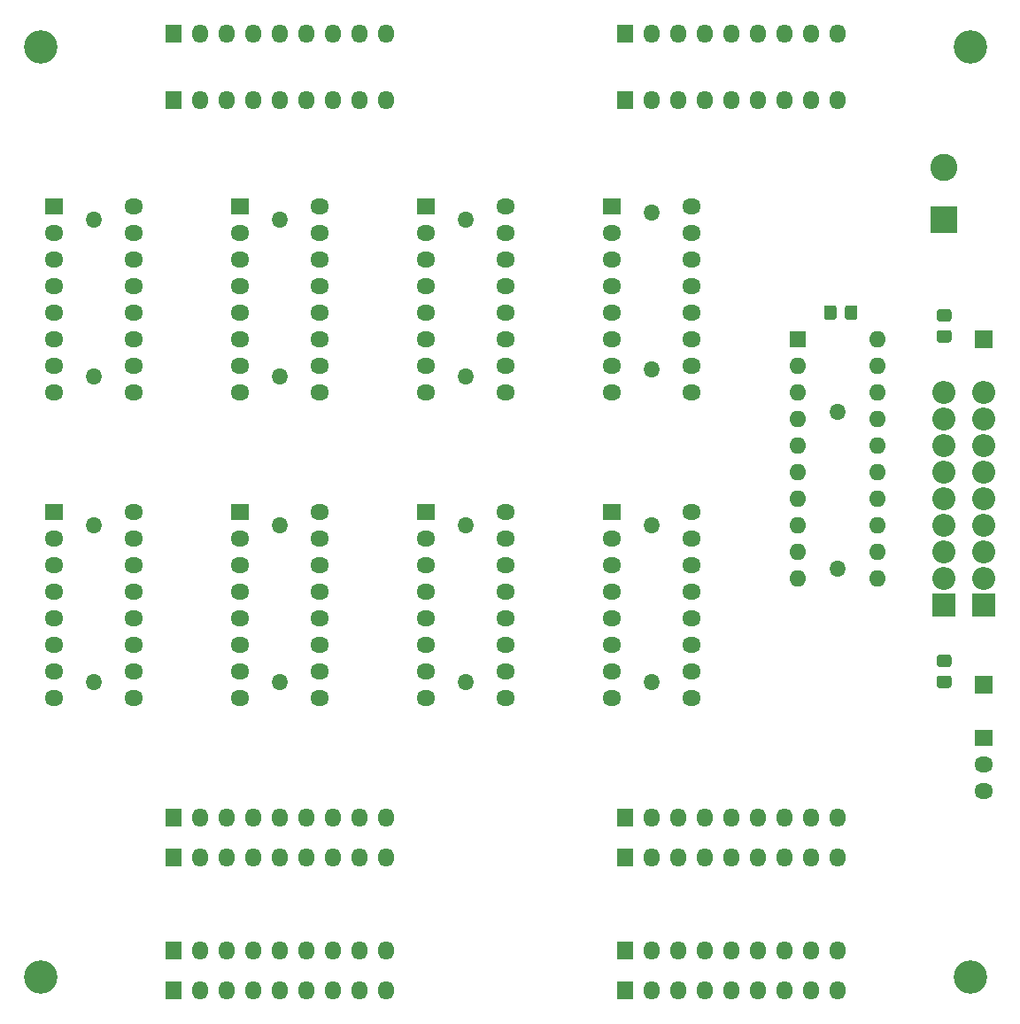
<source format=gbr>
%TF.GenerationSoftware,KiCad,Pcbnew,(5.1.8)-1*%
%TF.CreationDate,2023-02-18T12:42:29+03:00*%
%TF.ProjectId,MUX8x1-v5,4d555838-7831-42d7-9635-2e6b69636164,rev?*%
%TF.SameCoordinates,Original*%
%TF.FileFunction,Soldermask,Bot*%
%TF.FilePolarity,Negative*%
%FSLAX46Y46*%
G04 Gerber Fmt 4.6, Leading zero omitted, Abs format (unit mm)*
G04 Created by KiCad (PCBNEW (5.1.8)-1) date 2023-02-18 12:42:29*
%MOMM*%
%LPD*%
G01*
G04 APERTURE LIST*
%ADD10O,1.500000X1.600000*%
%ADD11O,1.600000X1.600000*%
%ADD12R,1.600000X1.600000*%
%ADD13R,1.700000X1.700000*%
%ADD14O,2.200000X2.200000*%
%ADD15R,2.200000X2.200000*%
%ADD16O,1.500000X1.800000*%
%ADD17R,1.500000X1.800000*%
%ADD18O,1.800000X1.500000*%
%ADD19R,1.800000X1.500000*%
%ADD20C,2.600000*%
%ADD21R,2.600000X2.600000*%
%ADD22C,3.200000*%
G04 APERTURE END LIST*
D10*
%TO.C,C9*%
X137160000Y-93105000D03*
X137160000Y-78105000D03*
%TD*%
D11*
%TO.C,U9*%
X140970000Y-71120000D03*
X133350000Y-93980000D03*
X140970000Y-73660000D03*
X133350000Y-91440000D03*
X140970000Y-76200000D03*
X133350000Y-88900000D03*
X140970000Y-78740000D03*
X133350000Y-86360000D03*
X140970000Y-81280000D03*
X133350000Y-83820000D03*
X140970000Y-83820000D03*
X133350000Y-81280000D03*
X140970000Y-86360000D03*
X133350000Y-78740000D03*
X140970000Y-88900000D03*
X133350000Y-76200000D03*
X140970000Y-91440000D03*
X133350000Y-73660000D03*
X140970000Y-93980000D03*
D12*
X133350000Y-71120000D03*
%TD*%
%TO.C,R3*%
G36*
G01*
X147770001Y-69450000D02*
X146869999Y-69450000D01*
G75*
G02*
X146620000Y-69200001I0J249999D01*
G01*
X146620000Y-68499999D01*
G75*
G02*
X146869999Y-68250000I249999J0D01*
G01*
X147770001Y-68250000D01*
G75*
G02*
X148020000Y-68499999I0J-249999D01*
G01*
X148020000Y-69200001D01*
G75*
G02*
X147770001Y-69450000I-249999J0D01*
G01*
G37*
G36*
G01*
X147770001Y-71450000D02*
X146869999Y-71450000D01*
G75*
G02*
X146620000Y-71200001I0J249999D01*
G01*
X146620000Y-70499999D01*
G75*
G02*
X146869999Y-70250000I249999J0D01*
G01*
X147770001Y-70250000D01*
G75*
G02*
X148020000Y-70499999I0J-249999D01*
G01*
X148020000Y-71200001D01*
G75*
G02*
X147770001Y-71450000I-249999J0D01*
G01*
G37*
%TD*%
%TO.C,R2*%
G36*
G01*
X137830000Y-69030001D02*
X137830000Y-68129999D01*
G75*
G02*
X138079999Y-67880000I249999J0D01*
G01*
X138780001Y-67880000D01*
G75*
G02*
X139030000Y-68129999I0J-249999D01*
G01*
X139030000Y-69030001D01*
G75*
G02*
X138780001Y-69280000I-249999J0D01*
G01*
X138079999Y-69280000D01*
G75*
G02*
X137830000Y-69030001I0J249999D01*
G01*
G37*
G36*
G01*
X135830000Y-69030001D02*
X135830000Y-68129999D01*
G75*
G02*
X136079999Y-67880000I249999J0D01*
G01*
X136780001Y-67880000D01*
G75*
G02*
X137030000Y-68129999I0J-249999D01*
G01*
X137030000Y-69030001D01*
G75*
G02*
X136780001Y-69280000I-249999J0D01*
G01*
X136079999Y-69280000D01*
G75*
G02*
X135830000Y-69030001I0J249999D01*
G01*
G37*
%TD*%
D13*
%TO.C,J7*%
X151130000Y-71120000D03*
%TD*%
D14*
%TO.C,J3*%
X147320000Y-76200000D03*
X147320000Y-78740000D03*
X147320000Y-81280000D03*
X147320000Y-83820000D03*
X147320000Y-86360000D03*
X147320000Y-88900000D03*
X147320000Y-91440000D03*
X147320000Y-93980000D03*
D15*
X147320000Y-96520000D03*
%TD*%
D14*
%TO.C,J21*%
X151130000Y-76200000D03*
X151130000Y-78740000D03*
X151130000Y-81280000D03*
X151130000Y-83820000D03*
X151130000Y-86360000D03*
X151130000Y-88900000D03*
X151130000Y-91440000D03*
X151130000Y-93980000D03*
D15*
X151130000Y-96520000D03*
%TD*%
D16*
%TO.C,J18*%
X137160000Y-129540000D03*
X134620000Y-129540000D03*
X132080000Y-129540000D03*
X129540000Y-129540000D03*
X127000000Y-129540000D03*
X124460000Y-129540000D03*
X121920000Y-129540000D03*
X119380000Y-129540000D03*
D17*
X116840000Y-129540000D03*
%TD*%
D16*
%TO.C,J16*%
X137160000Y-133350000D03*
X134620000Y-133350000D03*
X132080000Y-133350000D03*
X129540000Y-133350000D03*
X127000000Y-133350000D03*
X124460000Y-133350000D03*
X121920000Y-133350000D03*
X119380000Y-133350000D03*
D17*
X116840000Y-133350000D03*
%TD*%
D16*
%TO.C,J15*%
X137160000Y-48260000D03*
X134620000Y-48260000D03*
X132080000Y-48260000D03*
X129540000Y-48260000D03*
X127000000Y-48260000D03*
X124460000Y-48260000D03*
X121920000Y-48260000D03*
X119380000Y-48260000D03*
D17*
X116840000Y-48260000D03*
%TD*%
D16*
%TO.C,J14*%
X93980000Y-133350000D03*
X91440000Y-133350000D03*
X88900000Y-133350000D03*
X86360000Y-133350000D03*
X83820000Y-133350000D03*
X81280000Y-133350000D03*
X78740000Y-133350000D03*
X76200000Y-133350000D03*
D17*
X73660000Y-133350000D03*
%TD*%
D16*
%TO.C,J12*%
X93980000Y-129540000D03*
X91440000Y-129540000D03*
X88900000Y-129540000D03*
X86360000Y-129540000D03*
X83820000Y-129540000D03*
X81280000Y-129540000D03*
X78740000Y-129540000D03*
X76200000Y-129540000D03*
D17*
X73660000Y-129540000D03*
%TD*%
D16*
%TO.C,J11*%
X93980000Y-48260000D03*
X91440000Y-48260000D03*
X88900000Y-48260000D03*
X86360000Y-48260000D03*
X83820000Y-48260000D03*
X81280000Y-48260000D03*
X78740000Y-48260000D03*
X76200000Y-48260000D03*
D17*
X73660000Y-48260000D03*
%TD*%
D16*
%TO.C,J8*%
X137160000Y-116880000D03*
X134620000Y-116880000D03*
X132080000Y-116880000D03*
X129540000Y-116880000D03*
X127000000Y-116880000D03*
X124460000Y-116880000D03*
X121920000Y-116880000D03*
X119380000Y-116880000D03*
D17*
X116840000Y-116880000D03*
%TD*%
D16*
%TO.C,J6*%
X137160000Y-120650000D03*
X134620000Y-120650000D03*
X132080000Y-120650000D03*
X129540000Y-120650000D03*
X127000000Y-120650000D03*
X124460000Y-120650000D03*
X121920000Y-120650000D03*
X119380000Y-120650000D03*
D17*
X116840000Y-120650000D03*
%TD*%
D16*
%TO.C,J5*%
X137160000Y-41910000D03*
X134620000Y-41910000D03*
X132080000Y-41910000D03*
X129540000Y-41910000D03*
X127000000Y-41910000D03*
X124460000Y-41910000D03*
X121920000Y-41910000D03*
X119380000Y-41910000D03*
D17*
X116840000Y-41910000D03*
%TD*%
D16*
%TO.C,J4*%
X93980000Y-116840000D03*
X91440000Y-116840000D03*
X88900000Y-116840000D03*
X86360000Y-116840000D03*
X83820000Y-116840000D03*
X81280000Y-116840000D03*
X78740000Y-116840000D03*
X76200000Y-116840000D03*
D17*
X73660000Y-116840000D03*
%TD*%
D16*
%TO.C,J2*%
X93980000Y-120650000D03*
X91440000Y-120650000D03*
X88900000Y-120650000D03*
X86360000Y-120650000D03*
X83820000Y-120650000D03*
X81280000Y-120650000D03*
X78740000Y-120650000D03*
X76200000Y-120650000D03*
D17*
X73660000Y-120650000D03*
%TD*%
D16*
%TO.C,J1*%
X93980000Y-41910000D03*
X91440000Y-41910000D03*
X88900000Y-41910000D03*
X86360000Y-41910000D03*
X83820000Y-41910000D03*
X81280000Y-41910000D03*
X78740000Y-41910000D03*
X76200000Y-41910000D03*
D17*
X73660000Y-41910000D03*
%TD*%
D10*
%TO.C,C8*%
X119380000Y-103900000D03*
X119380000Y-88900000D03*
%TD*%
%TO.C,C7*%
X101600000Y-103900000D03*
X101600000Y-88900000D03*
%TD*%
%TO.C,C6*%
X83820000Y-103900000D03*
X83820000Y-88900000D03*
%TD*%
%TO.C,C5*%
X66040000Y-103900000D03*
X66040000Y-88900000D03*
%TD*%
%TO.C,C4*%
X119380000Y-74055000D03*
X119380000Y-59055000D03*
%TD*%
%TO.C,C3*%
X101600000Y-74690000D03*
X101600000Y-59690000D03*
%TD*%
%TO.C,C2*%
X83820000Y-74690000D03*
X83820000Y-59690000D03*
%TD*%
%TO.C,C1*%
X66040000Y-74690000D03*
X66040000Y-59690000D03*
%TD*%
D18*
%TO.C,U8*%
X123190000Y-87630000D03*
X115570000Y-105410000D03*
X123190000Y-90170000D03*
X115570000Y-102870000D03*
X123190000Y-92710000D03*
X115570000Y-100330000D03*
X123190000Y-95250000D03*
X115570000Y-97790000D03*
X123190000Y-97790000D03*
X115570000Y-95250000D03*
X123190000Y-100330000D03*
X115570000Y-92710000D03*
X123190000Y-102870000D03*
X115570000Y-90170000D03*
X123190000Y-105410000D03*
D19*
X115570000Y-87630000D03*
%TD*%
D18*
%TO.C,U7*%
X105410000Y-87630000D03*
X97790000Y-105410000D03*
X105410000Y-90170000D03*
X97790000Y-102870000D03*
X105410000Y-92710000D03*
X97790000Y-100330000D03*
X105410000Y-95250000D03*
X97790000Y-97790000D03*
X105410000Y-97790000D03*
X97790000Y-95250000D03*
X105410000Y-100330000D03*
X97790000Y-92710000D03*
X105410000Y-102870000D03*
X97790000Y-90170000D03*
X105410000Y-105410000D03*
D19*
X97790000Y-87630000D03*
%TD*%
D18*
%TO.C,U6*%
X87630000Y-87630000D03*
X80010000Y-105410000D03*
X87630000Y-90170000D03*
X80010000Y-102870000D03*
X87630000Y-92710000D03*
X80010000Y-100330000D03*
X87630000Y-95250000D03*
X80010000Y-97790000D03*
X87630000Y-97790000D03*
X80010000Y-95250000D03*
X87630000Y-100330000D03*
X80010000Y-92710000D03*
X87630000Y-102870000D03*
X80010000Y-90170000D03*
X87630000Y-105410000D03*
D19*
X80010000Y-87630000D03*
%TD*%
D18*
%TO.C,U5*%
X69850000Y-87630000D03*
X62230000Y-105410000D03*
X69850000Y-90170000D03*
X62230000Y-102870000D03*
X69850000Y-92710000D03*
X62230000Y-100330000D03*
X69850000Y-95250000D03*
X62230000Y-97790000D03*
X69850000Y-97790000D03*
X62230000Y-95250000D03*
X69850000Y-100330000D03*
X62230000Y-92710000D03*
X69850000Y-102870000D03*
X62230000Y-90170000D03*
X69850000Y-105410000D03*
D19*
X62230000Y-87630000D03*
%TD*%
D18*
%TO.C,U4*%
X123190000Y-58420000D03*
X115570000Y-76200000D03*
X123190000Y-60960000D03*
X115570000Y-73660000D03*
X123190000Y-63500000D03*
X115570000Y-71120000D03*
X123190000Y-66040000D03*
X115570000Y-68580000D03*
X123190000Y-68580000D03*
X115570000Y-66040000D03*
X123190000Y-71120000D03*
X115570000Y-63500000D03*
X123190000Y-73660000D03*
X115570000Y-60960000D03*
X123190000Y-76200000D03*
D19*
X115570000Y-58420000D03*
%TD*%
D18*
%TO.C,U3*%
X105410000Y-58420000D03*
X97790000Y-76200000D03*
X105410000Y-60960000D03*
X97790000Y-73660000D03*
X105410000Y-63500000D03*
X97790000Y-71120000D03*
X105410000Y-66040000D03*
X97790000Y-68580000D03*
X105410000Y-68580000D03*
X97790000Y-66040000D03*
X105410000Y-71120000D03*
X97790000Y-63500000D03*
X105410000Y-73660000D03*
X97790000Y-60960000D03*
X105410000Y-76200000D03*
D19*
X97790000Y-58420000D03*
%TD*%
D18*
%TO.C,U2*%
X87630000Y-58420000D03*
X80010000Y-76200000D03*
X87630000Y-60960000D03*
X80010000Y-73660000D03*
X87630000Y-63500000D03*
X80010000Y-71120000D03*
X87630000Y-66040000D03*
X80010000Y-68580000D03*
X87630000Y-68580000D03*
X80010000Y-66040000D03*
X87630000Y-71120000D03*
X80010000Y-63500000D03*
X87630000Y-73660000D03*
X80010000Y-60960000D03*
X87630000Y-76200000D03*
D19*
X80010000Y-58420000D03*
%TD*%
D18*
%TO.C,U1*%
X69850000Y-58420000D03*
X62230000Y-76200000D03*
X69850000Y-60960000D03*
X62230000Y-73660000D03*
X69850000Y-63500000D03*
X62230000Y-71120000D03*
X69850000Y-66040000D03*
X62230000Y-68580000D03*
X69850000Y-68580000D03*
X62230000Y-66040000D03*
X69850000Y-71120000D03*
X62230000Y-63500000D03*
X69850000Y-73660000D03*
X62230000Y-60960000D03*
X69850000Y-76200000D03*
D19*
X62230000Y-58420000D03*
%TD*%
%TO.C,R1*%
G36*
G01*
X147770001Y-102470000D02*
X146869999Y-102470000D01*
G75*
G02*
X146620000Y-102220001I0J249999D01*
G01*
X146620000Y-101519999D01*
G75*
G02*
X146869999Y-101270000I249999J0D01*
G01*
X147770001Y-101270000D01*
G75*
G02*
X148020000Y-101519999I0J-249999D01*
G01*
X148020000Y-102220001D01*
G75*
G02*
X147770001Y-102470000I-249999J0D01*
G01*
G37*
G36*
G01*
X147770001Y-104470000D02*
X146869999Y-104470000D01*
G75*
G02*
X146620000Y-104220001I0J249999D01*
G01*
X146620000Y-103519999D01*
G75*
G02*
X146869999Y-103270000I249999J0D01*
G01*
X147770001Y-103270000D01*
G75*
G02*
X148020000Y-103519999I0J-249999D01*
G01*
X148020000Y-104220001D01*
G75*
G02*
X147770001Y-104470000I-249999J0D01*
G01*
G37*
%TD*%
D13*
%TO.C,J20*%
X151130000Y-104140000D03*
%TD*%
D18*
%TO.C,J10*%
X151130000Y-114300000D03*
X151130000Y-111760000D03*
D19*
X151130000Y-109220000D03*
%TD*%
D20*
%TO.C,J9*%
X147320000Y-54690000D03*
D21*
X147320000Y-59690000D03*
%TD*%
D22*
%TO.C,H4*%
X149860000Y-132080000D03*
%TD*%
%TO.C,H3*%
X149860000Y-43180000D03*
%TD*%
%TO.C,H2*%
X60960000Y-132080000D03*
%TD*%
%TO.C,H1*%
X60960000Y-43180000D03*
%TD*%
M02*

</source>
